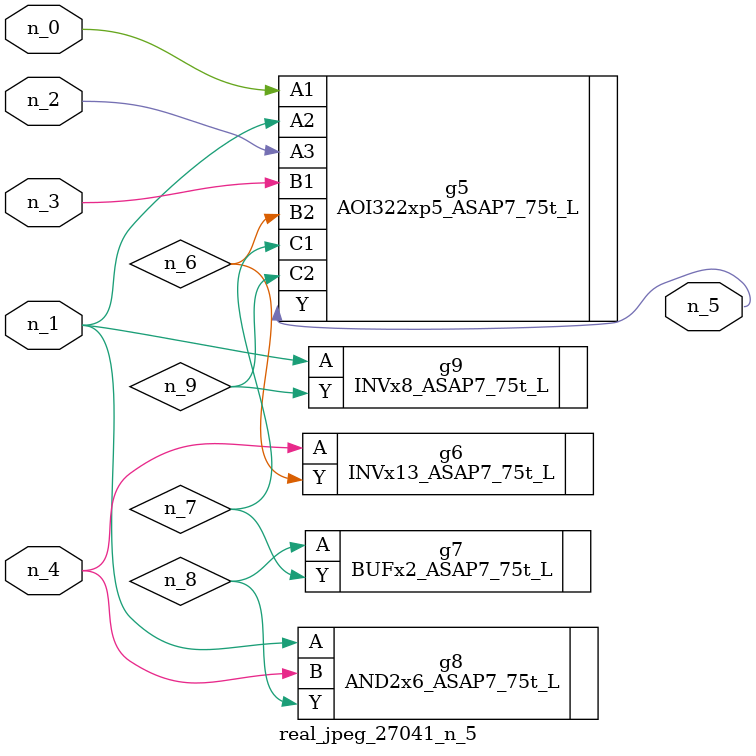
<source format=v>
module real_jpeg_27041_n_5 (n_4, n_0, n_1, n_2, n_3, n_5);

input n_4;
input n_0;
input n_1;
input n_2;
input n_3;

output n_5;

wire n_8;
wire n_6;
wire n_7;
wire n_9;

AOI322xp5_ASAP7_75t_L g5 ( 
.A1(n_0),
.A2(n_1),
.A3(n_2),
.B1(n_3),
.B2(n_6),
.C1(n_7),
.C2(n_9),
.Y(n_5)
);

AND2x6_ASAP7_75t_L g8 ( 
.A(n_1),
.B(n_4),
.Y(n_8)
);

INVx8_ASAP7_75t_L g9 ( 
.A(n_1),
.Y(n_9)
);

INVx13_ASAP7_75t_L g6 ( 
.A(n_4),
.Y(n_6)
);

BUFx2_ASAP7_75t_L g7 ( 
.A(n_8),
.Y(n_7)
);


endmodule
</source>
